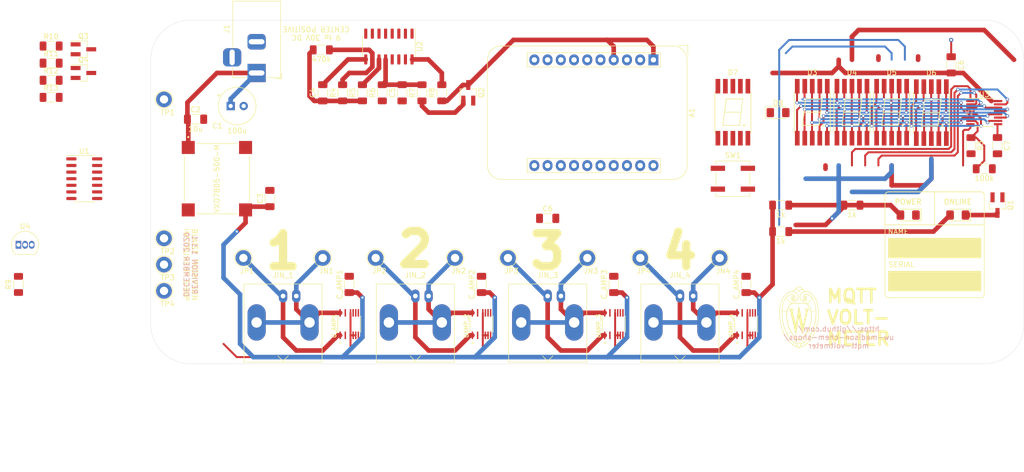
<source format=kicad_pcb>
(kicad_pcb (version 20221018) (generator pcbnew)
  (title_block (title "MQTT Voltmeter") (date "2023-11-22") (rev "B") (company "University of Wisconsin-Madison") (comment 1 "Department of Chemistry") (comment 2 "Instrument Shop") (comment 3 "Blaise Thompson") (comment 4 "blaise.thompson@wisc.edu"))
  (layers (0 "F.Cu" signal) (31 "B.Cu" signal) (34 "B.Paste" user) (35 "F.Paste" user) (36 "B.SilkS" user "B.Silkscreen") (37 "F.SilkS" user "F.Silkscreen") (38 "B.Mask" user) (39 "F.Mask" user) (44 "Edge.Cuts" user))
  (net 0 "")
  (net 1 "GND")
  (net 2 "+5V")
  (net 6 "+3V3")
  (net 8 "RST")
  (net 9 "Net-(A1-15)")
  (net 10 "SCK")
  (net 11 "DISPLAY_CS")
  (net 12 "MOSI")
  (net 16 "Net-(PS1-+VIN)")
  (net 17 "SDA")
  (net 18 "SCL")
  (net 19 "Net-(U2-CLK_0-1)")
  (net 20 "Net-(U2-RST)")
  (net 21 "Net-(U3-OSC)")
  (net 22 "Net-(C4-Pad2)")
  (net 23 "Net-(D1-A)")
  (net 24 "Net-(D2-K)")
  (net 25 "Net-(D2-A)")
  (net 26 "Net-(JIN_1-In)")
  (net 27 "Net-(JIN_1-Ext)")
  (net 28 "Net-(JIN_2-In)")
  (net 29 "Net-(JIN_2-Ext)")
  (net 30 "+2V5")
  (net 31 "/difference-amplifier1/V_OUT")
  (net 32 "/difference-amplifier2/V_OUT")
  (net 33 "/difference-amplifier3/V_OUT")
  (net 34 "/difference-amplifier4/V_OUT")
  (net 35 "Net-(JIN_3-In)")
  (net 36 "Net-(JIN_3-Ext)")
  (net 37 "Net-(JIN_4-In)")
  (net 38 "Net-(JIN_4-Ext)")
  (net 40 "Net-(Q2-G)")
  (net 41 "Net-(U3-ISET)")
  (net 42 "Net-(U2-CLK_0)")
  (net 43 "Net-(U2-CLK_1)")
  (net 44 "/display/SEG3")
  (net 45 "/display/SEG2")
  (net 46 "/display/SEG1")
  (net 47 "/display/SEG0")
  (net 48 "/display/SEG8")
  (net 49 "/display/SEG7")
  (net 50 "/display/SEG6")
  (net 51 "/display/SEG5")
  (net 52 "/display/SEG4")
  (net 74 "/i2c-levelshift/SDA_HV")
  (net 75 "/i2c-levelshift/SCL_LV")
  (net 76 "Net-(A1-2)")
  (footprint "MountingHole:MountingHole_3.2mm_M3" (layer "F.Cu") (at 50.8 50.8)
    (fp_text reference "REF**" hide)
    (fp_text value "MountingHole_3.2mm_M3" hide)
  )
  (footprint "MountingHole:MountingHole_3.2mm_M3" (layer "F.Cu") (at 203.2 50.8)
    (fp_text reference "REF**" hide)
    (fp_text value "MountingHole_3.2mm_M3" hide)
  )
  (footprint "Connector_BarrelJack:BarrelJack_Horizontal" (layer "F.Cu") (at 63.5 53.34 -90)
    (fp_text reference "J1")
    (fp_text value "Barrel_Jack")
  )
  (footprint "footprints:CONV_VXO7805-500-M" (layer "F.Cu") (at 55.88 73.66)
    (fp_text reference "PS1" hide)
    (fp_text value "VXO7805-500-M")
  )
  (footprint "footprints:logo" (layer "F.Cu") (at 167.64 100.33)
    (fp_text reference "G***" hide)
    (fp_text value "LOGO" hide)
  )
  (footprint "Resistor_SMD:R_1206_3216Metric_Pad1.30x1.75mm_HandSolder" (layer "F.Cu") (at 203.2 71.755)
    (fp_text reference "R3")
    (fp_text value "100k")
  )
  (footprint "Resistor_SMD:R_1206_3216Metric_Pad1.30x1.75mm_HandSolder" (layer "F.Cu") (at 164.11 83.82)
    (fp_text reference "R2")
    (fp_text value "1k")
  )
  (footprint "Resistor_SMD:R_1206_3216Metric_Pad1.30x1.75mm_HandSolder" (layer "F.Cu") (at 164.11 78.74)
    (fp_text reference "R1")
    (fp_text value "1k")
  )
  (footprint "Resistor_SMD:R_1206_3216Metric_Pad1.30x1.75mm_HandSolder" (layer "F.Cu") (at 75.92 48.895)
    (fp_text reference "R4")
    (fp_text value "470k")
  )
  (footprint "Capacitor_THT:CP_Radial_Tantal_D7.0mm_P2.50mm" (layer "F.Cu") (at 58.519862 59.69)
    (fp_text reference "C1")
    (fp_text value "100u")
  )
  (footprint "Capacitor_SMD:C_1206_3216Metric_Pad1.33x1.80mm_HandSolder" (layer "F.Cu") (at 51.7775 62.23)
    (fp_text reference "C2")
    (fp_text value "10u")
  )
  (footprint "LED_SMD:LED_1206_3216Metric_Pad1.42x1.75mm_HandSolder" (layer "F.Cu") (at 188.595 80.645 180)
    (fp_text reference "D1" hide)
    (fp_text value "LED")
  )
  (footprint "LED_SMD:LED_1206_3216Metric_Pad1.42x1.75mm_HandSolder" (layer "F.Cu") (at 198.12 80.645 180)
    (fp_text reference "D2" hide)
    (fp_text value "LED")
  )
  (footprint "Connector_Coaxial:BNC_Amphenol_B6252HB-NPP3G-50_Horizontal" (layer "F.Cu") (at 68.58 96.21 180)
    (fp_text reference "JIN_1")
    (fp_text value "IN-COAX")
  )
  (footprint "MountingHole:MountingHole_3.2mm_M3" (layer "F.Cu") (at 50.8 101.6)
    (fp_text reference "REF**" hide)
    (fp_text value "MountingHole_3.2mm_M3" hide)
  )
  (footprint "TestPoint:TestPoint_Loop_D2.60mm_Drill1.6mm_Beaded" (layer "F.Cu") (at 60.96 88.9)
    (fp_text reference "JP1")
    (fp_text value "IN+")
  )
  (footprint "Package_SO:QSOP-16_3.9x4.9mm_P0.635mm" (layer "F.Cu") (at 203.2 60.96)
    (fp_text reference "U3")
    (fp_text value "MAX6951")
  )
  (footprint "Connector_Coaxial:BNC_Amphenol_B6252HB-NPP3G-50_Horizontal" (layer "F.Cu") (at 93.98 96.21 180)
    (fp_text reference "JIN_2")
    (fp_text value "IN-COAX")
  )
  (footprint "Package_TO_SOT_SMD:SOT-23_Handsoldering" (layer "F.Cu") (at 30.25 48.79)
    (fp_text reference "Q3")
    (fp_text value "2N7000")
  )
  (footprint "Capacitor_SMD:C_1206_3216Metric_Pad1.33x1.80mm_HandSolder" (layer "F.Cu") (at 157.48 93.98 90)
    (fp_text reference "C_AMP4")
    (fp_text value "100n")
  )
  (footprint "Resistor_SMD:R_1206_3216Metric_Pad1.30x1.75mm_HandSolder" (layer "F.Cu") (at 24.05 51.45)
    (fp_text reference "R11")
    (fp_text value "4K7")
  )
  (footprint "footprints:ACSC02-41SURKWA-F01" (layer "F.Cu") (at 170.18 60.88)
    (fp_text reference "D3")
    (fp_text value "ACSC02-41SURKWA-F01")
  )
  (footprint "footprints:SOP50P490X110-16N" (layer "F.Cu") (at 81.28 101.6 90)
    (fp_text reference "U_AMP1")
    (fp_text value "LT1997HMS-3#PBF")
  )
  (footprint "footprints:ACSC02-41SURKWA-F01" (layer "F.Cu") (at 154.94 60.88)
    (fp_text reference "D7")
    (fp_text value "ACSC02-41SURKWA-F01")
  )
  (footprint "Package_TO_SOT_SMD:SOT-23_Handsoldering" (layer "F.Cu") (at 30.25 53.34)
    (fp_text reference "Q4")
    (fp_text value "2N7000")
  )
  (footprint "footprints:SOP50P490X110-16N" (layer "F.Cu") (at 106.68 101.6 90)
    (fp_text reference "UAMP_2")
    (fp_text value "LT1997HMS-3#PBF")
  )
  (footprint "Resistor_SMD:R_1206_3216Metric_Pad1.30x1.75mm_HandSolder" (layer "F.Cu") (at 24.05 48.16)
    (fp_text reference "R10")
    (fp_text value "4K7")
  )
  (footprint "footprints:SOP50P490X110-16N" (layer "F.Cu") (at 132.08 101.6 90)
    (fp_text reference "UAMP_3")
    (fp_text value "LT1997HMS-3#PBF")
  )
  (footprint "Capacitor_SMD:C_1206_3216Metric_Pad1.33x1.80mm_HandSolder" (layer "F.Cu") (at 91.44 57.15 -90)
    (fp_text reference "C5")
    (fp_text value "1u")
  )
  (footprint "TestPoint:TestPoint_Loop_D2.60mm_Drill1.6mm_Beaded" (layer "F.Cu") (at 111.76 88.9)
    (fp_text reference "JP3")
    (fp_text value "IN+")
  )
  (footprint "TestPoint:TestPoint_Loop_D2.60mm_Drill1.6mm_Beaded" (layer "F.Cu") (at 45.72 58.42)
    (fp_text reference "TP1")
    (fp_text value "TestPoint")
  )
  (footprint "Resistor_SMD:R_1206_3216Metric_Pad1.30x1.75mm_HandSolder" (layer "F.Cu") (at 177.8 78.74)
    (fp_text reference "R1")
    (fp_text value "1k")
  )
  (footprint "TestPoint:TestPoint_Loop_D2.60mm_Drill1.6mm_Beaded" (layer "F.Cu") (at 45.72 95.22)
    (fp_text reference "TP4")
    (fp_text value "TestPoint")
  )
  (footprint "Capacitor_SMD:C_1206_3216Metric_Pad1.33x1.80mm_HandSolder" (layer "F.Cu") (at 196.85 51.7775 90)
    (fp_text reference "C6")
    (fp_text value "100n")
  )
  (footprint "Resistor_SMD:R_1206_3216Metric_Pad1.30x1.75mm_HandSolder" (layer "F.Cu") (at 87.63 57.15 -90)
    (fp_text reference "R6")
    (fp_text value "1M")
  )
  (footprint "Resistor_SMD:R_1206_3216Metric_Pad1.30x1.75mm_HandSolder" (layer "F.Cu") (at 24.05 58.03)
    (fp_text reference "R13")
    (fp_text value "4K7")
  )
  (footprint "Package_SO:SOIC-14_3.9x8.7mm_P1.27mm" (layer "F.Cu") (at 30.415 73.66)
    (fp_text reference "U1")
    (fp_text value "MCP3428")
  )
  (footprint "Resistor_SMD:R_1206_3216Metric_Pad1.30x1.75mm_HandSolder" (layer "F.Cu") (at 95.25 57.15 90)
    (fp_text reference "R7")
    (fp_text value "4.7k")
  )
  (footprint "Connector_Coaxial:BNC_Amphenol_B6252HB-NPP3G-50_Horizontal" (layer "F.Cu") (at 119.38 96.21 180)
    (fp_text reference "JIN_3")
    (fp_text value "IN-COAX")
  )
  (footprint "LED_SMD:LED_1206_3216Metric_Pad1.42x1.75mm_HandSolder" (layer "F.Cu") (at 198.12 80.645 180)
    (fp_text reference "D2" hide)
    (fp_text value "LED")
  )
  (footprint "footprints:SOP50P490X110-16N" (layer "F.Cu") (at 157.48 101.6 90)
    (fp_text reference "UAMP_4")
    (fp_text value "LT1997HMS-3#PBF")
  )
  (footprint "Capacitor_SMD:C_1206_3216Metric_Pad1.33x1.80mm_HandSolder" (layer "F.Cu") (at 119.38 81.28)
    (fp_text reference "C6")
    (fp_text value "100n")
  )
  (footprint "TestPoint:TestPoint_Loop_D2.60mm_Drill1.6mm_Beaded" (layer "F.Cu") (at 86.36 88.9)
    (fp_text reference "JP2")
    (fp_text value "IN+")
  )
  (footprint "LED_SMD:LED_1206_3216Metric_Pad1.42x1.75mm_HandSolder" (layer "F.Cu") (at 188.595 80.645 180)
    (fp_text reference "D1" hide)
    (fp_text value "LED")
  )
  (footprint "TestPoint:TestPoint_Loop_D2.60mm_Drill1.6mm_Beaded" (layer "F.Cu") (at 45.72 90.17)
    (fp_text reference "TP3")
    (fp_text value "TestPoint")
  )
  (footprint "footprints:ACSC02-41SURKWA-F01" (layer "F.Cu") (at 193.04 60.96)
    (fp_text reference "D6")
    (fp_text value "ACSC02-41SURKWA-F01")
  )
  (footprint "Capacitor_SMD:C_1206_3216Metric_Pad1.33x1.80mm_HandSolder" (layer "F.Cu") (at 81.28 93.98 90)
    (fp_text reference "C_AMP1")
    (fp_text value "100n")
  )
  (footprint "Capacitor_SMD:C_1206_3216Metric_Pad1.33x1.80mm_HandSolder" (layer "F.Cu") (at 106.68 93.98 90)
    (fp_text reference "C_AMP2")
    (fp_text value "100n")
  )
  (footprint "Connector_Coaxial:BNC_Amphenol_B6252HB-NPP3G-50_Horizontal" (layer "F.Cu") (at 144.78 96.21 180)
    (fp_text reference "JIN_4")
    (fp_text value "IN-COAX")
  )
  (footprint "Button_Switch_SMD:SW_SPST_B3SL-1022P" (layer "F.Cu") (at 154.94 73.66)
    (fp_text reference "SW1")
    (fp_text value "SW_Push")
  )
  (footprint "footprints:ACSC02-41SURKWA-F01" (layer "F.Cu") (at 177.8 60.88)
    (fp_text reference "D4")
    (fp_text value "ACSC02-41SURKWA-F01")
  )
  (footprint "Resistor_SMD:R_1206_3216Metric_Pad1.30x1.75mm_HandSolder" (layer "F.Cu") (at 24.05 54.74)
    (fp_text reference "R12")
    (fp_text value "4K7")
  )
  (footprint "Resistor_SMD:R_1206_3216Metric_Pad1.30x1.75mm_HandSolder" (layer "F.Cu") (at 80.01 57.15 90)
    (fp_text reference "R4")
    (fp_text value "470k")
  )
  (footprint "footprints:ACSC02-41SURKWA-F01" (layer "F.Cu") (at 185.42 60.88)
    (fp_text reference "D5")
    (fp_text value "ACSC02-41SURKWA-F01")
  )
  (footprint "Capacitor_SMD:C_1206_3216Metric_Pad1.33x1.80mm_HandSolder" (layer "F.Cu") (at 132.08 93.98 90)
    (fp_text reference "C_AMP3")
    (fp_text value "100n")
  )
  (footprint "Resistor_SMD:R_1206_3216Metric_Pad1.30x1.75mm_HandSolder" (layer "F.Cu") (at 83.82 57.15 90)
    (fp_text reference "R5")
    (fp_text value "1M")
  )
  (footprint "Resistor_SMD:R_1206_3216Metric_Pad1.30x1.75mm_HandSolder" (layer "F.Cu") (at 200.66 67.31 -90)
    (fp_text reference "R3")
    (fp_text value "100k")
  )
  (footprint "TestPoint:TestPoint_Loop_D2.60mm_Drill1.6mm_Beaded" (layer "F.Cu") (at 76.2 88.9)
    (fp_text reference "JN1")
    (fp_text value "IN-")
  )
  (footprint "Capacitor_SMD:C_1206_3216Metric_Pad1.33x1.80mm_HandSolder" (layer "F.Cu") (at 76.2 57.15 -90)
    (fp_text reference "C4")
    (fp_text value "1u")
  )
  (footprint "Capacitor_SMD:C_1206_3216Metric_Pad1.33x1.80mm_HandSolder" (layer "F.Cu") (at 205.74 67.31 -90)
    (fp_text reference "C7")
    (fp_text value "20p")
  )
  (footprint "LED_SMD:LED_1206_3216Metric_Pad1.42x1.75mm_HandSolder" (layer "F.Cu") (at 163.6125 60.96)
    (fp_text reference "D8")
    (fp_text value "LED")
  )
  (footprint "Resistor_SMD:R_1206_3216Metric_Pad1.30x1.75mm_HandSolder" (layer "F.Cu") (at 17.78 93.98 -90)
    (fp_text reference "R9")
    (fp_text value "470")
  )
  (footprint "Package_TO_SOT_THT:TO-92_Inline" (layer "F.Cu") (at 17.78 86.36)
    (fp_text reference "U4")
    (fp_text value "LM285Z-2.5")
  )
  (footprint "Resistor_SMD:R_1206_3216Metric_Pad1.30x1.75mm_HandSolder" (layer "F.Cu") (at 99.06 57.15 -90)
    (fp_text reference "R8")
    (fp_text value "4.7k")
  )
  (footprint "TestPoint:TestPoint_Loop_D2.60mm_Drill1.6mm_Beaded" (layer "F.Cu") (at 137.16 88.9)
    (fp_text reference "JP4")
    (fp_text value "IN+")
  )
  (footprint "TestPoint:TestPoint_Loop_D2.60mm_Drill1.6mm_Beaded" (layer "F.Cu") (at 127 88.9)
    (fp_text reference "JN3")
    (fp_text value "IN-")
  )
  (footprint "Module:Adafruit_HUZZAH_ESP8266_breakout" (layer "F.Cu") (at 139.6825 50.8175 -90)
    (fp_text reference "A1")
    (fp_text value "Adafruit_HUZZAH_ESP8266_breakout")
  )
  (footprint "Package_TO_SOT_SMD:SOT-23_Handsoldering" (layer "F.Cu") (at 104.14 57.15 90)
    (fp_text reference "Q2")
    (fp_text value "2N7000")
  )
  (footprint "Package_TO_SOT_SMD:SOT-23_Handsoldering" (layer "F.Cu") (at 205.74 78.74 -90)
    (fp_text reference "Q1")
    (fp_text value "2N7000")
  )
  (footprint "TestPoint:TestPoint_Loop_D2.60mm_Drill1.6mm_Beaded" (layer "F.Cu") (at 152.4 88.9)
    (fp_text reference "JN4")
    (fp_text value "IN-")
  )
  (footprint "TestPoint:TestPoint_Loop_D2.60mm_Drill1.6mm_Beaded" (layer "F.Cu") (at 101.6 88.9)
    (fp_text reference "JN2")
    (fp_text value "IN-")
  )
  (footprint "TestPoint:TestPoint_Loop_D2.60mm_Drill1.6mm_Beaded" (layer "F.Cu") (at 45.72 85.12)
    (fp_text reference "TP2")
    (fp_text value "TestPoint")
  )
  (footprint "MountingHole:MountingHole_3.2mm_M3" (layer "F.Cu") (at 203.2 101.6)
    (fp_text reference "REF**" hide)
    (fp_text value "MountingHole_3.2mm_M3" hide)
  )
  (footprint "Package_SO:SOIC-16_3.9x9.9mm_P1.27mm" (layer "F.Cu") (at 88.9 48.26 -90)
    (fp_text reference "U2")
    (fp_text value "CD4060BM96")
  )
  (footprint "Capacitor_SMD:C_1206_3216Metric_Pad1.33x1.80mm_HandSolder" (layer "F.Cu") (at 66.04 77.47 90)
    (fp_text reference "C3")
    (fp_text value "22u")
  )
  (gr_poly (pts (xy 202.565 95.25) (xy 184.785 95.25) (xy 184.785 91.44) (xy 202.565 91.44)) (stroke (width 0.1)) (fill solid) (layer "F.SilkS"))
  (gr_line (start 202.565 76.2) (end 184.785 76.2) (stroke (width 0.12)) (layer "F.SilkS"))
  (gr_line (start 202.565 96.52) (end 184.785 96.52) (stroke (width 0.12)) (layer "F.SilkS"))
  (gr_line (start 203.2 76.835) (end 203.2 95.885) (stroke (width 0.12)) (layer "F.SilkS"))
  (gr_line (start 184.15 95.885) (end 184.15 76.835) (stroke (width 0.12)) (layer "F.SilkS"))
  (gr_line (start 193.675 82.55) (end 184.15 82.55) (stroke (width 0.12)) (layer "F.SilkS"))
  (gr_arc (start 184.15 76.835) (mid 184.335987 76.385987) (end 184.785 76.2) (stroke (width 0.12)) (layer "F.SilkS"))
  (gr_line (start 193.675 76.2) (end 193.675 82.55) (stroke (width 0.12)) (layer "F.SilkS"))
  (gr_line (start 202.565 76.2) (end 184.785 76.2) (stroke (width 0.12)) (layer "F.SilkS"))
  (gr_line (start 193.675 82.55) (end 203.2 82.55) (stroke (width 0.12)) (layer "F.SilkS"))
  (gr_arc (start 202.565 76.2) (mid 203.014013 76.385987) (end 203.2 76.835) (stroke (width 0.12)) (layer "F.SilkS"))
  (gr_arc (start 184.15 76.835) (mid 184.335987 76.385987) (end 184.785 76.2) (stroke (width 0.12)) (layer "F.SilkS"))
  (gr_arc (start 203.2 95.885) (mid 203.014013 96.334013) (end 202.565 96.52) (stroke (width 0.12)) (layer "F.SilkS"))
  (gr_arc (start 184.785 96.52) (mid 184.335987 96.334013) (end 184.15 95.885) (stroke (width 0.12)) (layer "F.SilkS"))
  (gr_line (start 193.675 82.55) (end 184.15 82.55) (stroke (width 0.12)) (layer "F.SilkS"))
  (gr_poly (pts (xy 202.565 88.9) (xy 184.785 88.9) (xy 184.785 85.09) (xy 202.565 85.09)) (stroke (width 0.1)) (fill solid) (layer "F.SilkS"))
  (gr_line (start 193.675 76.2) (end 193.675 82.55) (stroke (width 0.12)) (layer "F.SilkS"))
  (gr_arc (start 202.565 76.2) (mid 203.014013 76.385987) (end 203.2 76.835) (stroke (width 0.12)) (layer "F.SilkS"))
  (gr_arc (start 184.785 96.52) (mid 184.335987 96.334013) (end 184.15 95.885) (stroke (width 0.12)) (layer "F.SilkS"))
  (gr_line (start 193.675 82.55) (end 203.2 82.55) (stroke (width 0.12)) (layer "F.SilkS"))
  (gr_line (start 210.82 50.8) (end 210.82 101.6) (stroke (width 0.05)) (layer "Edge.Cuts"))
  (gr_line (start 43.18 50.8) (end 43.18 101.6) (stroke (width 0.05)) (layer "Edge.Cuts"))
  (gr_arc (start 203.2 43.18) (mid 208.588154 45.411846) (end 210.82 50.8) (stroke (width 0.05)) (layer "Edge.Cuts"))
  (gr_arc (start 50.8 109.22) (mid 45.411846 106.988154) (end 43.18 101.6) (stroke (width 0.05)) (layer "Edge.Cuts"))
  (gr_arc (start 43.18 50.8) (mid 45.411846 45.411846) (end 50.8 43.18) (stroke (width 0.05)) (layer "Edge.Cuts"))
  (gr_line (start 50.8 109.22) (end 203.2 109.22) (stroke (width 0.05)) (layer "Edge.Cuts"))
  (gr_line (start 203.2 43.18) (end 50.8 43.18) (stroke (width 0.05)) (layer "Edge.Cuts"))
  (gr_arc (start 210.82 101.6) (mid 208.588154 106.988154) (end 203.2 109.22) (stroke (width 0.05)) (layer "Edge.Cuts"))
  (gr_text "REVISION 1.1.1\nDECEMBER 2020" (at 50.8 90.17 270) (layer "B.SilkS") (effects (font (size 1 1)) (justify mirror)))
  (gr_text "https://github.com/\nuw-madison-chem-shops/\nmqtt-voltmeter" (at 175.26 104.14) (layer "B.SilkS") (effects (font (size 1 1)) (justify mirror)))
  (gr_text "A1" (at 200.39 60.96 180) (layer "B.SilkS") (effects (font (size 1 1)) (justify mirror)))
  (gr_text "SERIAL\n" (at 187.325 90.17) (layer "F.SilkS") (effects (font (size 1 1))))
  (gr_text "POWER" (at 188.595 78.105) (layer "F.SilkS") (effects (font (size 1 1))))
  (gr_text "NAME" (at 186.69 83.82) (layer "F.SilkS") (effects (font (size 1 1))))
  (gr_text "4" (at 144.78 87.63) (layer "F.SilkS") (effects (font (size 6.35 6.35) (thickness 1.5875))))
  (gr_text "POWER" (at 188.595 78.105) (layer "F.SilkS") (effects (font (size 1 1))))
  (gr_text "BLAISE THOMPSON\nINSTRUMENT SHOP" (at 50.8 90.17 270) (layer "F.SilkS") (effects (font (size 1 1))))
  (gr_text "ONLINE" (at 198.12 78.105) (layer "F.SilkS") (effects (font (size 1 1))))
  (gr_text "MQTT\nVOLT-\nMETER" (at 172.72 100.33) (layer "F.SilkS") (effects (font (size 2.54 2.54) (thickness 0.508)) (justify left)))
  (gr_text "1" (at 68.58 87.63) (layer "F.SilkS") (effects (font (size 6.35 6.35) (thickness 1.5875))))
  (gr_text "ONLINE" (at 198.12 78.105) (layer "F.SilkS") (effects (font (size 1 1))))
  (gr_text "9 to 30V DC\nCENTER POSITIVE" (at 74.93 45.72 180) (layer "F.SilkS") (effects (font (size 1 1))))
  (gr_text "3" (at 119.38 87.63) (layer "F.SilkS") (effects (font (size 6.35 6.35) (thickness 1.5875))))
  (gr_text "2" (at 93.98 87.2) (layer "F.SilkS") (effects (font (size 6.35 6.35) (thickness 1.5875))))
  (segment (start 182.88 50.8) (end 182.88 50.165) (width 0.889) (layer "F.Cu") (net 0))
  (segment (start 172.72 71.12) (end 172.72 71.755) (width 0.889) (layer "F.Cu") (net 0))
  (segment (start 190.5 50.8) (end 190.5 50.165) (width 0.889) (layer "F.Cu") (net 0))
  (segment (start 193.04 73.66) (end 193.04 69.85) (width 0.889) (layer "B.Cu") (net 0))
  (segment (start 177.8 76.2) (end 190.5 76.2) (width 0.889) (layer "B.Cu") (net 0))
  (segment (start 190.5 76.2) (end 193.04 73.66) (width 0.889) (layer "B.Cu") (net 0))
  (segment (start 199.39 64.262) (end 199.136 64.516) (width 0.381) (layer "F.Cu") (net 1))
  (segment (start 179.07 45.085) (end 177.8 46.355) (width 0.889) (layer "F.Cu") (net 1))
  (segment (start 200.5457 63.8683) (end 200.152 64.262) (width 0.381) (layer "F.Cu") (net 1))
  (segment (start 203.2 45.085) (end 179.07 45.085) (width 0.889) (layer "F.Cu") (net 1))
  (segment (start 200.152 64.262) (end 199.39 64.262) (width 0.381) (layer "F.Cu") (net 1))
  (segment (start 208.915 50.8) (end 203.2 45.085) (width 0.889) (layer "F.Cu") (net 1))
  (segment (start 196.85 50.215) (end 196.85 46.99) (width 0.381) (layer "F.Cu") (net 1))
  (segment (start 206.69 77.24) (end 206.69 77.155) (width 0.381) (layer "F.Cu") (net 1))
  (segment (start 200.5457 63.1825) (end 200.5457 63.8683) (width 0.381) (layer "F.Cu") (net 1))
  (segment (start 199.136 64.516) (end 199.136 71.12) (width 0.381) (layer "F.Cu") (net 1))
  (segment (start 177.8 46.355) (end 177.8 50.8) (width 0.889) (layer "F.Cu") (net 1))
  (via (at 196.85 46.99) (size 0.8) (drill 0.4) (layers "F.Cu" "B.Cu") (net 1))
  (segment (start 185.2025 78.74) (end 187.1075 80.645) (width 0.889) (layer "F.Cu") (net 2))
  (segment (start 61.38 79.66) (end 61.38 82.13) (width 0.889) (layer "F.Cu") (net 2))
  (segment (start 81.28 95.5425) (end 82.8425 95.5425) (width 0.889) (layer "F.Cu") (net 2))
  (segment (start 185.2025 78.74) (end 187.1075 80.645) (width 0.889) (layer "F.Cu") (net 2))
  (segment (start 162.56 78.74) (end 162.56 93.98) (width 0.889) (layer "F.Cu") (net 2))
  (segment (start 179.35 78.74) (end 185.2025 78.74) (width 0.889) (layer "F.Cu") (net 2))
  (segment (start 132.08 95.5425) (end 133.6425 95.5425) (width 0.889) (layer "F.Cu") (net 2))
  (segment (start 133.6425 95.5425) (end 134.62 96.52) (width 0.889) (layer "F.Cu") (net 2))
  (segment (start 66.04 79.0325) (end 62.0075 79.0325) (width 0.889) (layer "F.Cu") (net 2))
  (segment (start 167.005 82.55) (end 172.72 82.55) (width 0.889) (layer "F.Cu") (net 2))
  (segment (start 61.38 82.13) (end 59.69 83.82) (width 0.889) (layer "F.Cu") (net 2))
  (segment (start 106.68 95.5425) (end 108.2425 95.5425) (width 0.889) (layer "F.Cu") (net 2))
  (segment (start 62.0075 79.0325) (end 61.38 79.66) (width 0.889) (layer "F.Cu") (net 2))
  (segment (start 176.25 79.02) (end 173.99 81.28) (width 0.889) (layer "F.Cu") (net 2))
  (segment (start 165.66 78.74) (end 185.2025 78.74) (width 0.889) (layer "F.Cu") (net 2))
  (segment (start 82.8425 95.5425) (end 83.82 96.52) (width 0.889) (layer "F.Cu") (net 2))
  (segment (start 157.48 95.5425) (end 159.0425 95.5425) (width 0.889) (layer "F.Cu") (net 2))
  (segment (start 108.2425 95.5425) (end 109.22 96.52) (width 0.889) (layer "F.Cu") (net 2))
  (segment (start 172.72 82.55) (end 173.99 81.28) (width 0.889) (layer "F.Cu") (net 2))
  (segment (start 159.0425 95.5425) (end 160.02 96.52) (width 0.889) (layer "F.Cu") (net 2))
  (segment (start 176.25 78.74) (end 176.25 79.02) (width 0.889) (layer "F.Cu") (net 2))
  (segment (start 162.56 93.98) (end 160.02 96.52) (width 0.889) (layer "F.Cu") (net 2))
  (via (at 173.99 81.28) (size 0.8) (drill 0.4) (layers "F.Cu" "B.Cu") (net 2))
  (via (at 160.02 96.52) (size 0.8) (drill 0.4) (layers "F.Cu" "B.Cu") (net 2))
  (via (at 59.69 83.82) (size 0.8) (drill 0.4) (layers "F.Cu" "B.Cu") (net 2))
  (via (at 109.22 96.52) (size 0.8) (drill 0.4) (layers "F.Cu" "B.Cu") (net 2))
  (via (at 83.82 96.52) (size 0.8) (drill 0.4) (layers "F.Cu" "B.Cu") (net 2))
  (via (at 134.62 96.52) (size 0.8) (drill 0.4) (layers "F.Cu" "B.Cu") (net 2))
  (segment (start 185.42 72.39) (end 185.42 71.12) (width 0.889) (layer "B.Cu") (net 2))
  (segment (start 168.91 73.66) (end 184.15 73.66) (width 0.889) (layer "B.Cu") (net 2))
  (segment (start 109.22 96.52) (end 109.22 104.14) (width 0.889) (layer "B.Cu") (net 2))
  (segment (start 175.26 71.12) (end 175.26 80.01) (width 0.889) (layer "B.Cu") (net 2))
  (segment (start 184.15 73.66) (end 185.42 72.39) (width 0.889) (layer "B.Cu") (net 2))
  (segment (start 83.82 96.52) (end 83.82 104.14) (width 0.889) (layer "B.Cu") (net 2))
  (segment (start 109.22 104.14) (end 105.41 107.95) (width 0.889) (layer "B.Cu") (net 2))
  (segment (start 80.01 107.95) (end 105.41 107.95) (width 0.889) (layer "B.Cu") (net 2))
  (segment (start 57.15 86.36) (end 57.15 92.71) (width 0.889) (layer "B.Cu") (net 2))
  (segment (start 134.62 104.14) (end 130.81 107.95) (width 0.889) (layer "B.Cu") (net 2))
  (segment (start 60.325 95.885) (end 60.325 105.41) (width 0.889) (layer "B.Cu") (net 2))
  (segment (start 160.02 104.14) (end 156.21 107.95) (width 0.889) (layer "B.Cu") (net 2))
  (segment (start 60.325 105.41) (end 62.865 107.95) (width 0.889) (layer "B.Cu") (net 2))
  (segment (start 105.41 107.95) (end 130.81 107.95) (width 0.889) (layer "B.Cu") (net 2))
  (segment (start 134.62 96.52) (end 134.62 104.14) (width 0.889) (layer "B.Cu") (net 2))
  (segment (start 130.81 107.95) (end 156.21 107.95) (width 0.889) (layer "B.Cu") (net 2))
  (segment (start 160.02 96.52) (end 160.02 104.14) (width 0.889) (layer "B.Cu") (net 2))
  (segment (start 57.15 92.71) (end 60.325 95.885) (width 0.889) (layer "B.Cu") (net 2))
  (segment (start 62.865 107.95) (end 80.01 107.95) (width 0.889) (layer "B.Cu") (net 2))
  (segment (start 59.69 83.82) (end 57.15 86.36) (width 0.889) (layer "B.Cu") (net 2))
  (segment (start 175.26 80.01) (end 173.99 81.28) (width 0.889) (layer "B.Cu") (net 2))
  (segment (start 83.82 104.14) (end 80.01 107.95) (width 0.889) (layer "B.Cu") (net 2))
  (segment (start 176.53 53.34) (end 199.1633 53.34) (width 0.889) (layer "F.Cu") (net 6))
  (segment (start 199.1633 53.34) (end 202.9733 57.15) (width 0.889) (layer "F.Cu") (net 6))
  (segment (start 173.99 53.34) (end 165.1 53.34) (width 0.889) (layer "F.Cu") (net 6))
  (segment (start 93.345 50.735) (end 96.455 50.735) (width 0.889) (layer "F.Cu") (net 6))
  (segment (start 165.1 53.34) (end 163.83 53.34) (width 0.889) (layer "F.Cu") (net 6))
  (segment (start 175.26 50.8) (end 175.26 52.07) (width 0.889) (layer "F.Cu") (net 6))
  (segment (start 204.5608 58.7375) (end 202.9733 57.15) (width 0.889) (layer "F.Cu") (net 6))
  (segment (start 175.26 52.07) (end 176.53 53.34) (width 0.889) (layer "F.Cu") (net 6))
  (segment (start 163.83 53.34) (end 162.56 53.34) (width 0.889) (layer "F.Cu") (net 6))
  (segment (start 99.06 53.34) (end 99.06 55.6) (width 0.889) (layer "F.Cu") (net 6))
  (segment (start 96.455 50.735) (end 99.06 53.34) (width 0.889) (layer "F.Cu") (net 6))
  (segment (start 205.8543 58.7375) (end 204.5608 58.7375) (width 0.381) (layer "F.Cu") (net 6))
  (segment (start 175.26 52.07) (end 173.99 53.34) (width 0.889) (layer "F.Cu") (net 6))
  (segment (start 132.0625 48.2425) (end 130.81 46.99) (width 0.889) (layer "F.Cu") (net 8))
  (segment (start 130.81 46.99) (end 112.8 46.99) (width 0.889) (layer "F.Cu") (net 8))
  (segment (start 99.06 58.7) (end 100.05 58.7) (width 0.889) (layer "F.Cu") (net 8))
  (segment (start 100.05 58.7) (end 103.1 55.65) (width 0.889) (layer "F.Cu") (net 8))
  (segment (start 132.0625 50.8175) (end 132.0625 48.2425) (width 0.889) (layer "F.Cu") (net 8))
  (segment (start 112.8 46.99) (end 104.14 55.65) (width 0.889) (layer "F.Cu") (net 8))
  (segment (start 103.1 55.65) (end 104.14 55.65) (width 0.889) (layer "F.Cu") (net 8))
  (segment (start 139.6825 48.2425) (end 138.43 46.99) (width 0.889) (layer "F.Cu") (net 8))
  (segment (start 138.43 46.99) (end 130.81 46.99) (width 0.889) (layer "F.Cu") (net 8))
  (segment (start 139.6825 50.8175) (end 139.6825 48.2425) (width 0.889) (layer "F.Cu") (net 8))
  (segment (start 200.5457 59.3725) (end 201.487202 59.3725) (width 0.381) (layer "F.Cu") (net 10))
  (segment (start 201.663201 59.196501) (end 201.663201 57.518201) (width 0.381) (layer "F.Cu") (net 10))
  (segment (start 198.12 58.42) (end 198.12 68.58) (width 0.381) (layer "F.Cu") (net 10))
  (segment (start 182.88 69.85) (end 182.88 71.12) (width 0.381) (layer "F.Cu") (net 10))
  (segment (start 201.663201 57.518201) (end 201.295 57.15) (width 0.381) (layer "F.Cu") (net 10))
  (segment (start 198.12 58.42) (end 198.12 57.785) (width 0.381) (layer "F.Cu") (net 10))
  (segment (start 183.515 69.215) (end 182.88 69.85) (width 0.381) (layer "F.Cu") (net 10))
  (segment (start 201.487202 59.3725) (end 201.663201 59.196501) (width 0.381) (layer "F.Cu") (net 10))
  (segment (start 198.12 57.785) (end 198.755 57.15) (width 0.381) (layer "F.Cu") (net 10))
  (segment (start 197.485 69.215) (end 183.515 69.215) (width 0.381) (layer "F.Cu") (net 10))
  (segment (start 198.12 68.58) (end 197.485 69.215) (width 0.381) (layer "F.Cu") (net 10))
  (via (at 198.755 57.15) (size 0.635) (drill 0.4) (layers "F.Cu" "B.Cu") (net 10))
  (via (at 201.295 57.15) (size 0.635) (drill 0.4) (layers "F.Cu" "B.Cu") (net 10))
  (segment (start 201.295 57.15) (end 198.755 57.15) (width 0.381) (layer "B.Cu") (net 10))
  (segment (start 186.69 68.58) (end 196.85 68.58) (width 0.381) (layer "F.Cu") (net 11))
  (segment (start 180.34 71.12) (end 180.34 69.215) (width 0.381) (layer "F.Cu") (net 11))
  (segment (start 197.485 67.945) (end 197.485 67.31) (width 0.381) (layer "F.Cu") (net 11))
  (segment (start 197.485 67.31) (end 197.485 58.42) (width 0.381) (layer "F.Cu") (net 11))
  (segment (start 180.975 68.58) (end 186.69 68.58) (width 0.381) (layer "F.Cu") (net 11))
  (segment (start 207.645 59.055) (end 207.645 58.42) (width 0.381) (layer "F.Cu") (net 11))
  (segment (start 197.485 58.42) (end 197.485 57.15) (width 0.381) (layer "F.Cu") (net 11))
  (segment (start 180.34 69.215) (end 180.975 68.58) (width 0.381) (layer "F.Cu") (net 11))
  (segment (start 196.85 68.58) (end 197.485 67.945) (width 0.381) (layer "F.Cu") (net 11))
  (segment (start 207.3275 59.3725) (end 207.645 59.055) (width 0.381) (layer "F.Cu") (net 11))
  (segment (start 197.485 57.15) (end 198.12 56.515) (width 0.381) (layer "F.Cu") (net 11))
  (segment (start 205.8543 59.3725) (end 207.3275 59.3725) (width 0.381) (layer "F.Cu") (net 11))
  (via (at 198.12 56.515) (size 0.635) (drill 0.4) (layers "F.Cu" "B.Cu") (net 11))
  (via (at 207.645 58.42) (size 0.635) (drill 0.4) (layers "F.Cu" "B.Cu") (net 11))
  (segment (start 205.74 56.515) (end 207.645 58.42) (width 0.381) (layer "B.Cu") (net 11))
  (segment (start 198.12 56.515) (end 205.74 56.515) (width 0.381) (layer "B.Cu") (net 11))
  (segment (start 200.5457 58.7375) (end 200.5457 56.4007) (width 0.381) (layer "F.Cu") (net 12))
  (segment (start 196.85 56.515) (end 197.485 55.88) (width 0.381) (layer "F.Cu") (net 12))
  (segment (start 196.356502 67.945) (end 196.85 67.451502) (width 0.381) (layer "F.Cu") (net 12))
  (segment (start 177.8 68.58) (end 178.435 67.945) (width 0.381) (layer "F.Cu") (net 12))
  (segment (start 196.85 67.451502) (end 196.85 58.42) (width 0.381) (layer "F.Cu") (net 12))
  (segment (start 186.69 67.945) (end 196.215 67.945) (width 0.381) (layer "F.Cu") (net 12))
  (segment (start 200.025 55.88) (end 197.485 55.88) (width 0.381) (layer "F.Cu") (net 12))
  (segment (start 196.215 67.945) (end 196.356502 67.945) (width 0.381) (layer "F.Cu") (net 12))
  (segment (start 196.85 58.42) (end 196.85 56.515) (width 0.381) (layer "F.Cu") (net 12))
  (segment (start 200.5457 56.4007) (end 200.025 55.88) (width 0.381) (layer "F.Cu") (net 12))
  (segment (start 177.8 71.12) (end 177.8 68.58) (width 0.381) (layer "F.Cu") (net 12))
  (segment (start 178.435 67.945) (end 186.69 67.945) (width 0.381) (layer "F.Cu") (net 12))
  (segment (start 50.38 62.395) (end 50.215 62.23) (width 0.889) (layer "F.Cu") (net 16))
  (segment (start 55.88 53.34) (end 63.5 53.34) (width 0.889) (layer "F.Cu") (net 16))
  (segment (start 50.38 67.66) (end 50.38 62.395) (width 0.889) (layer "F.Cu") (net 16))
  (segment (start 50.215 59.005) (end 55.88 53.34) (width 0.889) (layer "F.Cu") (net 16))
  (segment (start 50.215 62.23) (end 50.215 59.005) (width 0.889) (layer "F.Cu") (net 16))
  (segment (start 58.519862 59.69) (end 58.519862 58.320138) (width 0.889) (layer "B.Cu") (net 16))
  (segment (start 58.519862 58.320138) (end 63.5 53.34) (width 0.889) (layer "B.Cu") (net 16))
  (segment (start 165.1 49.53) (end 166.37 48.26) (width 0.381) (layer "B.Cu") (net 17))
  (segment (start 184.15 48.26) (end 185.42 49.53) (width 0.381) (layer "B.Cu") (net 17))
  (segment (start 166.37 48.26) (end 184.15 48.26) (width 0.381) (layer "B.Cu") (net 17))
  (segment (start 185.42 49.53) (end 185.42 50.8) (width 0.381) (layer "B.Cu") (net 17))
  (segment (start 165.735 46.99) (end 163.83 48.895) (width 0.381) (layer "B.Cu") (net 18))
  (segment (start 187.96 50.8) (end 187.96 48.26) (width 0.381) (layer "B.Cu") (net 18))
  (segment (start 163.83 48.895) (end 163.83 73.66) (width 0.381) (layer "B.Cu") (net 18))
  (segment (start 187.96 48.26) (end 186.69 46.99) (width 0.381) (layer "B.Cu") (net 18))
  (segment (start 163.83 82.55) (end 163.83 73.66) (width 0.381) (layer "B.Cu") (net 18))
  (segment (start 186.69 46.99) (end 165.735 46.99) (width 0.381) (layer "B.Cu") (net 18))
  (segment (start 81.0525 50.735) (end 76.2 55.5875) (width 0.889) (layer "F.Cu") (net 19))
  (segment (start 84.455 50.735) (end 81.0525 50.735) (width 0.889) (layer "F.Cu") (net 19))
  (segment (start 95.25 55.6) (end 87.63 55.6) (width 0.889) (layer "F.Cu") (net 20))
  (segment (start 91.4525 55.6) (end 91.44 55.5875) (width 0.889) (layer "F.Cu") (net 20))
  (segment (start 88.265 50.735) (end 88.265 54.965) (width 0.889) (layer "F.Cu") (net 20))
  (segment (start 88.265 54.965) (end 87.63 55.6) (width 0.889) (layer "F.Cu") (net 20))
  (segment (start 205.74 63.2968) (end 205.8543 63.1825) (width 0.381) (layer "F.Cu") (net 21))
  (segment (start 205.74 65.7475) (end 205.74 63.2968) (width 0.381) (layer "F.Cu") (net 21))
  (segment (start 76.2 58.7125) (end 83.8075 58.7125) (width 0.889) (layer "F.Cu") (net 22))
  (segment (start 74.5875 58.7125) (end 73.66 57.785) (width 0.889) (layer "F.Cu") (net 22))
  (segment (start 73.66 49.605) (end 74.37 48.895) (width 0.889) (layer "F.Cu") (net 22))
  (segment (start 76.2 58.7125) (end 74.5875 58.7125) (width 0.889) (layer "F.Cu") (net 22))
  (segment (start 83.8075 58.7125) (end 83.82 58.7) (width 0.889) (layer "F.Cu") (net 22))
  (segment (start 73.66 57.785) (end 73.66 49.605) (width 0.889) (layer "F.Cu") (net 22))
  (segment (start 205.335 80.645) (end 205.74 80.24) (width 0.889) (layer "F.Cu") (net 24))
  (segment (start 199.6075 80.645) (end 200.025 80.645) (width 0.889) (layer "F.Cu") (net 24))
  (segment (start 199.6075 80.645) (end 205.335 80.645) (width 0.889) (layer "F.Cu") (net 24))
  (segment (start 165.66 83.82) (end 193.4575 83.82) (width 0.889) (layer "F.Cu") (net 25))
  (segment (start 193.4575 83.82) (end 196.6325 80.645) (width 0.889) (layer "F.Cu") (net 25))
  (segment (start 68.58 96.21) (end 68.27 96.21) (width 0.889) (layer "F.Cu") (net 26))
  (segment (start 79.53 103.76) (end 79.12 103.76) (width 0.889) (layer "F.Cu") (net 26))
  (segment (start 68.58 104.14) (end 68.58 96.21) (width 0.889) (layer "F.Cu") (net 26))
  (segment (start 71.12 106.68) (end 68.58 104.14) (width 0.889) (layer "F.Cu") (net 26))
  (segment (start 76.2 106.68) (end 71.12 106.68) (width 0.889) (layer "F.Cu") (net 26))
  (segment (start 79.12 103.76) (end 76.2 106.68) (width 0.889) (layer "F.Cu") (net 26))
  (segment (start 60.96 88.9) (end 68.27 96.21) (width 0.889) (layer "B.Cu") (net 26))
  (segment (start 68.27 96.21) (end 68.58 96.21) (width 0.889) (layer "B.Cu") (net 26))
  (segment (start 71.12 96.21) (end 71.12 98.75) (width 0.889) (layer "F.Cu") (net 27))
  (segment (start 75.51 99.44) (end 73.66 101.29) (width 0.889) (layer "F.Cu") (net 27))
  (segment (start 79.53 99.44) (end 75.51 99.44) (width 0.889) (layer "F.Cu") (net 27))
  (segment (start 71.12 98.75) (end 73.66 101.29) (width 0.889) (layer "F.Cu") (net 27))
  (segment (start 71.12 93.98) (end 76.2 88.9) (width 0.889) (layer "B.Cu") (net 27))
  (segment (start 71.12 96.21) (end 71.12 93.98) (width 0.889) (layer "B.Cu") (net 27))
  (segment (start 63.5 101.29) (end 73.66 101.29) (width 0.889) (layer "B.Cu") (net 27))
  (segment (start 93.98 96.21) (end 93.98 104.14) (width 0.889) (layer "F.Cu") (net 28))
  (segment (start 96.52 106.68) (end 93.98 104.14) (width 0.889) (layer "F.Cu") (net 28))
  (segment (start 93.67 96.21) (end 93.98 96.21) (width 0.889) (layer "F.Cu") (net 28))
  (segment (start 101.6 106.68) (end 96.52 106.68) (width 0.889) (layer "F.Cu") (net 28))
  (segment (start 104.52 103.76) (end 101.6 106.68) (width 0.889) (layer "F.Cu") (net 28))
  (segment (start 104.93 103.76) (end 104.52 103.76) (width 0.889) (layer "F.Cu") (net 28))
  (segment (start 93.67 96.21) (end 86.36 88.9) (width 0.889) (layer "B.Cu") (net 28))
  (segment (start 93.98 96.21) (end 93.67 96.21) (width 0.889) (layer "B.Cu") (net 28))
  (segment (start 96.52 98.75) (end 99.06 101.29) (width 0.889) (layer "F.Cu") (net 29))
  (segment (start 96.52 96.21) (end 96.52 98.75) (width 0.889) (layer "F.Cu") (net 29))
  (segment (start 104.93 99.44) (end 100.91 99.44) (width 0.889) (layer "F.Cu") (net 29))
  (segment (start 100.91 99.44) (end 99.06 101.29) (width 0.889) (layer "F.Cu") (net 29))
  (segment (start 99.06 101.29) (end 88.9 101.29) (width 0.889) (layer "B.Cu") (net 29))
  (segment (start 96.52 93.98) (end 101.6 88.9) (width 0.889) (layer "B.Cu") (net 29))
  (segment (start 96.52 96.21) (end 96.52 93.98) (width 0.889) (layer "B.Cu") (net 29))
  (segment (start 81.53 103.76) (end 81.53 99.44) (width 0.381) (layer "F.Cu") (net 30))
  (segment (start 106.93 103.76) (end 106.93 99.44) (width 0.381) (layer "F.Cu") (net 30))
  (segment (start 106.93 103.76) (end 106.93 106.43) (width 0.381) (layer "F.Cu") (net 30))
  (segment (start 80.01 107.95) (end 105.41 107.95) (width 0.381) (layer "F.Cu") (net 30))
  (segment (start 81.53 103.76) (end 82.53 103.76) (width 0.381) (layer "F.Cu") (net 30))
  (segment (start 81.53 106.43) (end 80.01 107.95) (width 0.381) (layer "F.Cu") (net 30))
  (segment (start 81.53 103.76) (end 81.53 106.43) (width 0.381) (layer "F.Cu") (net 30))
  (segment (start 157.73 106.43) (end 156.21 107.95) (width 0.381) (layer "F.Cu") (net 30))
  (segment (start 132.33 103.76) (end 133.29998 103.76) (width 0.381) (layer "F.Cu") (net 30))
  (segment (start 157.73 103.76) (end 158.73 103.76) (width 0.381) (layer "F.Cu") (net 30))
  (segment (start 156.21 107.95) (end 130.81 107.95) (width 0.381) (layer "F.Cu") (net 30))
  (segment (start 57.15 105.41) (end 59.69 107.95) (width 0.381) (layer "F.Cu") (net 30))
  (segment (start 106.93 106.43) (end 105.41 107.95) (width 0.381) (layer "F.Cu") (net 30))
  (segment (start 59.69 107.95) (end 80.01 107.95) (width 0.381) (layer "F.Cu") (net 30))
  (segment (start 106.93 103.76) (end 107.93 103.76) (width 0.381) (layer "F.Cu") (net 30))
  (segment (start 157.73 99.44) (end 157.73 106.43) (width 0.381) (layer "F.Cu") (net 30))
  (segment (start 130.81 107.95) (end 132.33 106.43) (width 0.381) (layer "F.Cu") (net 30))
  (segment (start 132.33 106.43) (end 132.33 99.44) (width 0.381) (layer "F.Cu") (net 30))
  (segment (start 105.41 107.95) (end 130.81 107.95) (width 0.381) (layer "F.Cu") (net 30))
  (segment (start 130.33 103.76) (end 129.92 103.76) (width 0.889) (layer "F.Cu") (net 35))
  (segment (start 119.07 96.21) (end 119.38 96.21) (width 0.889) (layer "F.Cu") (net 35))
  (segment (start 127 106.68) (end 121.92 106.68) (width 0.889) (layer "F.Cu") (net 35))
  (segment (start 121.92 106.68) (end 119.38 104.14) (width 0.889) (layer "F.Cu") (net 35))
  (segment (start 129.92 103.76) (end 127 106.68) (width 0.889) (layer "F.Cu") (net 35))
  (segment (start 119.38 104.14) (end 119.38 96.21) (width 0.889) (layer "F.Cu") (net 35))
  (segment (start 119.38 96.21) (end 119.07 96.21) (width 0.889) (layer "B.Cu") (net 35))
  (segment (start 119.07 96.21) (end 111.76 88.9) (width 0.889) (layer "B.Cu") (net 35))
  (segment (start 130.33 99.44) (end 126.31 99.44) (width 0.889) (layer "F.Cu") (net 36))
  (segment (start 121.92 98.75) (end 124.46 101.29) (width 0.889) (layer "F.Cu") (net 36))
  (segment (start 121.92 96.21) (end 121.92 98.75) (width 0.889) (layer "F.Cu") (net 36))
  (segment (start 126.31 99.44) (end 124.46 101.29) (width 0.889) (layer "F.Cu") (net 36))
  (segment (start 121.92 93.98) (end 127 88.9) (width 0.889) (layer "B.Cu") (net 36))
  (segment (start 124.46 101.29) (end 114.3 101.29) (width 0.889) (layer "B.Cu") (net 36))
  (segment (start 121.92 96.21) (end 121.92 93.98) (width 0.889) (layer "B.Cu") (net 36))
  (segment (start 147.32 106.68) (end 144.78 104.14) (width 0.889) (layer "F.Cu") (net 37))
  (segment (start 144.78 104.14) (end 144.78 96.21) (width 0.889) (layer "F.Cu") (net 37))
  (segment (start 155.32 103.76) (end 152.4 106.68) (width 0.889) (layer "F.Cu") (net 37))
  (segment (start 155.73 103.76) (end 155.32 103.76) (width 0.889) (layer "F.Cu") (net 37))
  (segment (start 144.47 96.21) (end 144.78 96.21) (width 0.889) (layer "F.Cu") (net 37))
  (segment (start 152.4 106.68) (end 147.32 106.68) (width 0.889) (layer "F.Cu") (net 37))
  (segment (start 144.78 96.21) (end 144.47 96.21) (width 0.889) (layer "B.Cu") (net 37))
  (segment (start 144.47 96.21) (end 137.16 88.9) (width 0.889) (layer "B.Cu") (net 37))
  (segment (start 147.32 96.21) (end 147.32 98.75) (width 0.889) (layer "F.Cu") (net 38))
  (segment (start 151.71 99.44) (end 149.86 101.29) (width 0.889) (layer "F.Cu") (net 38))
  (segment (start 155.73 99.44) (end 151.71 99.44) (width 0.889) (layer "F.Cu") (net 38))
  (segment (start 147.32 98.75) (end 149.86 101.29) (width 0.889) (layer "F.Cu") (net 38))
  (segment (start 147.32 93.98) (end 152.4 88.9) (width 0.889) (layer "B.Cu") (net 38))
  (segment (start 149.86 101.29) (end 139.7 101.29) (width 0.889) (layer "B.Cu") (net 38))
  (segment (start 147.32 96.21) (end 147.32 93.98) (width 0.889) (layer "B.Cu") (net 38))
  (segment (start 103.19 59.37) (end 103.19 58.65) (width 0.889) (layer "F.Cu") (net 40))
  (segment (start 101.6 60.96) (end 103.19 59.37) (width 0.889) (layer "F.Cu") (net 40))
  (segment (start 96.52 60.96) (end 101.6 60.96) (width 0.889) (layer "F.Cu") (net 40))
  (segment (start 95.25 59.69) (end 96.52 60.96) (width 0.889) (layer "F.Cu") (net 40))
  (segment (start 95.25 58.7) (end 95.25 59.69) (width 0.889) (layer "F.Cu") (net 40))
  (segment (start 200.66 65.76) (end 201.65 65.76) (width 0.381) (layer "F.Cu") (net 41))
  (segment (start 200.686 65.76) (end 201.93 64.516) (width 0.381) (layer "F.Cu") (net 41))
  (segment (start 201.93 64.516) (end 201.93 62.990298) (width 0.381) (layer "F.Cu") (net 41))
  (segment (start 201.487202 62.5475) (end 200.5457 62.5475) (width 0.381) (layer "F.Cu") (net 41))
  (segment (start 201.65 65.76) (end 203.2 67.31) (width 0.381) (layer "F.Cu") (net 41))
  (segment (start 203.2 70.205) (end 201.65 71.755) (width 0.381) (layer "F.Cu") (net 41))
  (segment (start 203.2 67.31) (end 203.2 70.205) (width 0.381) (layer "F.Cu") (net 41))
  (segment (start 200.66 65.76) (end 200.686 65.76) (width 0.381) (layer "F.Cu") (net 41))
  (segment (start 201.93 62.990298) (end 201.487202 62.5475) (width 0.381) (layer "F.Cu") (net 41))
  (segment (start 85.725 49.53) (end 85.09 48.895) (width 0.889) (layer "F.Cu") (net 42))
  (segment (start 84.5406 53.34) (end 81.28 53.34) (width 0.889) (layer "F.Cu") (net 42))
  (segment (start 85.725 52.1556) (end 84.5406 53.34) (width 0.889) (layer "F.Cu") (net 42))
  (segment (start 80.01 54.61) (end 80.01 55.6) (width 0.889) (layer "F.Cu") (net 42))
  (segment (start 85.725 50.735) (end 85.725 49.53) (width 0.889) (layer "F.Cu") (net 42))
  (segment (start 85.725 50.735) (end 85.725 52.1556) (width 0.889) (layer "F.Cu") (net 42))
  (segment (start 81.28 53.34) (end 80.01 54.61) (width 0.889) (layer "F.Cu") (net 42))
  (segment (start 85.09 48.895) (end 77.47 48.895) (width 0.889) (layer "F.Cu") (net 42))
  (segment (start 83.82 55.6) (end 86.995 52.425) (width 0.889) (layer "F.Cu") (net 43))
  (segment (start 86.995 52.425) (end 86.995 50.735) (width 0.889) (layer "F.Cu") (net 43))
  (segment (start 168.699 55.96) (end 168.699 58.377) (width 0.381) (layer "F.Cu") (net 44))
  (segment (start 202.565 59.055) (end 201.6125 60.0075) (width 0.381) (layer "F.Cu") (net 44))
  (segment (start 176.319 55.96) (end 176.319 58.377) (width 0.381) (layer "F.Cu") (net 44))
  (segment (start 193.04 58.42) (end 193.04 60.325) (width 0.381) (layer "F.Cu") (net 44))
  (segment (start 193.04 60.325) (end 193.04 65.919) (width 0.381) (layer "F.Cu") (net 44))
  (segment (start 192.999 55.96) (end 192.999 58.379) (width 0.381) (layer "F.Cu") (net 44))
  (segment (start 183.939 58.377) (end 183.896 58.42) (width 0.381) (layer "F.Cu") (net 44))
  (segment (start 192.999 58.379) (end 193.04 58.42) (width 0.381) (layer "F.Cu") (net 44))
  (segment (start 183.939 55.96) (end 183.939 58.377) (width 0.381) (layer "F.Cu") (net 44))
  (segment (start 176.319 58.377) (end 176.276 58.42) (width 0.381) (layer "F.Cu") (net 44))
  (segment (start 201.6125 60.0075) (end 200.5457 60.0075) (width 0.381) (layer "F.Cu") (net 44))
  (via (at 176.276 58.42) (size 0.635) (drill 0.4) (layers "F.Cu" "B.Cu") (net 44))
  (via (at 183.896 58.42) (size 0.635) (drill 0.4) (layers "F.Cu" "B.Cu") (net 44))
  (via (at 202.565 59.055) (size 0.635) (drill 0.4) (layers "F.Cu" "B.Cu") (net 44))
  (via (at 193.04 58.42) (size 0.635) (drill 0.4) (layers "F.Cu" "B.Cu") (net 44))
  (via (at 168.699 58.377) (size 0.635) (drill 0.4) (layers "F.Cu" "B.Cu") (net 44))
  (segment (start 193.04 58.42) (end 201.93 58.42) (width 0.381) (layer "B.Cu") (net 44))
  (segment (start 183.896 58.42) (end 193.04 58.42) (width 0.381) (layer "B.Cu") (net 44))
  (segment (start 168.275 58.42) (end 176.276 58.42) (width 0.381) (layer "B.Cu") (net 44))
  (segment (start 201.93 58.42) (end 202.565 59.055) (width 0.381) (layer "B.Cu") (net 44))
  (segment (start 176.276 58.42) (end 183.896 58.42) (width 0.381) (layer "B.Cu") (net 44))
  (segment (start 185.379 58.969) (end 185.293 59.055) (width 0.381) (layer "F.Cu") (net 45))
  (segment (start 200.5457 60.6425) (end 199.3647 60.6425) (width 0.381) (layer "F.Cu") (net 45))
  (segment (start 199.3647 60.6425) (end 198.755 60.0328) (width 0.381) (layer "F.Cu") (net 45))
  (segment (start 174.879 55.96) (end 174.879 58.928) (width 0.381) (layer "F.Cu") (net 45))
  (segment (start 185.379 65.96) (end 185.379 59.141) (width 0.381) (layer "F.Cu") (net 45))
  (segment (start 185.379 59.141) (end 185.293 59.055) (width 0.381) (layer "F.Cu") (net 45))
  (segment (start 167.259 55.96) (end 167.259 59.055) (width 0.381) (layer "F.Cu") (net 45))
  (segment (start 185.379 55.96) (end 185.379 58.969) (width 0.381) (layer "F.Cu") (net 45))
  (segment (start 191.559 59.012) (end 191.516 59.055) (width 0.381) (layer "F.Cu") (net 45))
  (segment (start 198.755 60.0328) (end 198.755 59.055) (width 0.381) (layer "F.Cu") (net 45))
  (segment (start 191.559 55.96) (end 191.559 59.012) (width 0.381) (layer "F.Cu") (net 45))
  (segment (start 174.879 58.928) (end 175.006 59.055) (width 0.381) (layer "F.Cu") (net 45))
  (via (at 191.516 59.055) (size 0.635) (drill 0.4) (layers "F.Cu" "B.Cu") (net 45))
  (via (at 185.293 59.055) (size 0.635) (drill 0.4) (layers "F.Cu" "B.Cu") (net 45))
  (via (at 198.755 59.055) (size 0.635) (drill 0.4) (layers "F.Cu" "B.Cu") (net 45))
  (via (at 175.006 59.055) (size 0.635) (drill 0.4) (layers "F.Cu" "B.Cu") (net 45))
  (via (at 167.259 59.055) (size 0.635) (drill 0.4) (layers "F.Cu" "B.Cu") (net 45))
  (segment (start 167.259 59.055) (end 175.006 59.055) (width 0.381) (layer "B.Cu") (net 45))
  (segment (start 198.12 59.055) (end 191.516 59.055) (width 0.381) (layer "B.Cu") (net 45))
  (segment (start 185.293 59.055) (end 191.516 59.055) (width 0.381) (layer "B.Cu") (net 45))
  (segment (start 198.755 59.055) (end 198.12 59.055) (width 0.381) (layer "B.Cu") (net 45))
  (segment (start 175.006 59.055) (end 185.293 59.055) (width 0.381) (layer "B.Cu") (net 45))
  (segment (start 173.019 63.5196) (end 172.9994 63.5) (width 0.381) (layer "F.Cu") (net 46))
  (segment (start 190.119 58.801) (end 189.23 59.69) (width 0.381) (layer "F.Cu") (net 46))
  (segment (start 177.759 63.459) (end 177.8 63.5) (width 0.381) (layer "F.Cu") (net 46))
  (segment (start 189.23 59.69) (end 189.23 63.5) (width 0.381) (layer "F.Cu") (net 46))
  (segment (start 202.565 63.5) (end 202.565 62.1158) (width 0.381) (layer "F.Cu") (net 46))
  (segment (start 177.8 63.5) (end 177.8 65.919) (width 0.381) (layer "F.Cu") (net 46))
  (segment (start 202.565 62.1158) (end 201.7267 61.2775) (width 0.381) (layer "F.Cu") (net 46))
  (segment (start 190.119 55.96) (end 190.119 58.801) (width 0.381) (layer "F.Cu") (net 46))
  (segment (start 177.759 55.96) (end 177.759 63.459) (width 0.381) (layer "F.Cu") (net 46))
  (segment (start 182.499 55.96) (end 182.499 59.055) (width 0.381) (layer "F.Cu") (net 46))
  (segment (start 182.499 59.055) (end 181.61 59.944) (width 0.381) (layer "F.Cu") (net 46))
  (segment (start 173.019 65.96) (end 173.019 63.5196) (width 0.381) (layer "F.Cu") (net 46))
  (segment (start 181.61 59.944) (end 181.61 63.5) (width 0.381) (layer "F.Cu") (net 46))
  (segment (start 201.7267 61.2775) (end 200.5457 61.2775) (width 0.381) (layer "F.Cu") (net 46))
  (via (at 202.565 63.5) (size 0.635) (drill 0.4) (layers "F.Cu" "B.Cu") (net 46))
  (via (at 189.23 63.5) (size 0.635) (drill 0.4) (layers "F.Cu" "B.Cu") (net 46))
  (via (at 181.61 63.5) (size 0.635) (drill 0.4) (layers "F.Cu" "B.Cu") (net 46))
  (via (at 172.9994 63.5) (size 0.635) (drill 0.4) (layers "F.Cu" "B.Cu") (net 46))
  (via (at 177.8 63.5) (size 0.635) (drill 0.4) (layers "F.Cu" "B.Cu") (net 46))
  (segment (start 172.9994 63.5) (end 177.8 63.5) (width 0.381) (layer "B.Cu") (net 46))
  (segment (start 181.61 63.5) (end 189.23 63.5) (width 0.381) (layer "B.Cu") (net 46))
  (segment (start 196.190618 63.5) (end 200.66 63.5) (width 0.381) (layer "B.Cu") (net 46))
  (segment (start 177.8 63.5) (end 181.61 63.5) (width 0.381) (layer "B.Cu") (net 46))
  (segment (start 200.66 63.5) (end 202.565 63.5) (width 0.381) (layer "B.Cu") (net 46))
  (segment (start 189.23 63.5) (end 196.190618 63.5) (width 0.381) (layer "B.Cu") (net 46))
  (segment (start 170.1292 62.865) (end 170.1292 56.0108) (width 0.381) (layer "F.Cu") (net 47))
  (segment (start 200.5457 61.9125) (end 199.0725 61.9125) (width 0.381) (layer "F.Cu") (net 47))
  (segment (start 198.755 62.23) (end 198.755 62.865) (width 0.381) (layer "F.Cu") (net 47))
  (segment (start 180.639 65.96) (end 180.639 62.8708) (width 0.381) (layer "F.Cu") (net 47))
  (segment (start 195.879 65.96) (end 195.879 62.947) (width 0.381) (layer "F.Cu") (net 47))
  (segment (start 188.259 65.96) (end 188.259 62.9216) (width 0.381) (layer "F.Cu") (net 47))
  (segment (start 195.879 62.947) (end 195.961 62.865) (width 0.381) (layer "F.Cu") (net 47))
  (segment (start 170.1292 56.0108) (end 170.18 55.96) (width 0.381) (layer "F.Cu") (net 47))
  (segment (start 199.0725 61.9125) (end 198.755 62.23) (width 0.381) (layer "F.Cu") (net 47))
  (segment (start 170.139 62.8552) (end 170.1292 62.865) (width 0.381) (layer "F.Cu") (net 47))
  (segment (start 180.639 62.8708) (end 180.6448 62.865) (width 0.381) (layer "F.Cu") (net 47))
  (segment (start 188.259 62.9216) (end 188.3156 62.865) (width 0.381) (layer "F.Cu") (net 47))
  (segment (start 170.1292 62.865) (end 170.1292 65.9502) (width 0.381) (layer "F.Cu") (net 47))
  (via (at 180.6448 62.865) (size 0.635) (drill 0.4) (layers "F.Cu" "B.Cu") (net 47))
  (via (at 170.1292 62.865) (size 0.635) (drill 0.4) (layers "F.Cu" "B.Cu") (net 47))
  (via (at 198.755 62.865) (size 0.635) (drill 0.4) (layers "F.Cu" "B.Cu") (net 47))
  (via (at 195.961 62.865) (size 0.635) (drill 0.4) (layers "F.Cu" "B.Cu") (net 47))
  (via (at 188.3156 62.865) (size 0.635) (drill 0.4) (layers "F.Cu" "B.Cu") (net 47))
  (segment (start 180.6448 62.865) (end 188.3156 62.865) (width 0.381) (layer "B.Cu") (net 47))
  (segment (start 198.755 62.865) (end 195.961 62.865) (width 0.381) (layer "B.Cu") (net 47))
  (segment (start 170.1292 62.865) (end 180.6448 62.865) (width 0.381) (layer "B.Cu") (net 47))
  (segment (start 188.3156 62.865) (end 195.961 62.865) (width 0.381) (layer "B.Cu") (net 47))
  (segment (start 179.199 55.96) (end 179.199 62.228) (width 0.381) (layer "F.Cu") (net 48))
  (segment (start 171.579 55.96) (end 171.579 62.2026) (width 0.381) (layer "F.Cu") (net 48))
  (segment (start 204.1525 62.5475) (end 205.8543 62.5475) (width 0.381) (layer "F.Cu") (net 48))
  (segment (start 186.819 55.96) (end 186.819 62.228) (width 0.381) (layer "F.Cu") (net 48))
  (segment (start 194.439 62.105) (end 194.564 62.23) (width 0.381) (layer "F.Cu") (net 48))
  (segment (start 179.199 62.228) (end 179.197 62.23) (width 0.381) (layer "F.Cu") (net 48))
  (segment (start 203.835 62.865) (end 204.1525 62.5475) (width 0.381) (layer "F.Cu") (net 48))
  (segment (start 186.819 62.228) (end 186.817 62.23) (width 0.381) (layer "F.Cu") (net 48))
  (segment (start 194.439 55.96) (end 194.439 62.105) (width 0.381) (layer "F.Cu") (net 48))
  (segment (start 171.579 62.2026) (end 171.5516 62.23) (width 0.381) (layer "F.Cu") (net 48))
  (via (at 203.835 62.865) (size 0.635) (drill 0.4) (layers "F.Cu" "B.Cu") (net 48))
  (via (at 179.197 62.23) (size 0.635) (drill 0.4) (layers "F.Cu" "B.Cu") (net 48))
  (via (at 194.564 62.23) (size 0.635) (drill 0.4) (layers "F.Cu" "B.Cu") (net 48))
  (via (at 186.817 62.23) (size 0.635) (drill 0.4) (layers "F.Cu" "B.Cu") (net 48))
  (via (at 171.5516 62.23) (size 0.635) (drill 0.4) (layers "F.Cu" "B.Cu") (net 48))
  (segment (start 194.564 62.23) (end 203.2 62.23) (width 0.381) (layer "B.Cu") (net 48))
  (segment (start 171.5516 62.23) (end 179.197 62.23) (width 0.381) (layer "B.Cu") (net 48))
  (segment (start 179.197 62.23) (end 186.817 62.23) (width 0.381) (layer "B.Cu") (net 48))
  (segment (start 186.817 62.23) (end 194.564 62.23) (width 0.381) (layer "B.Cu") (net 48))
  (segment (start 203.2 62.23) (end 203.835 62.865) (width 0.381) (layer "B.Cu") (net 48))
  (segment (start 173.019 60.9404) (end 172.9994 60.96) (width 0.381) (layer "F.Cu") (net 49))
  (segment (start 173.019 55.96) (end 173.019 60.9404) (width 0.381) (layer "F.Cu") (net 49))
  (segment (start 188.259 60.915) (end 188.214 60.96) (width 0.381) (layer "F.Cu") (net 49))
  (segment (start 188.259 55.96) (end 188.259 60.915) (width 0.381) (layer "F.Cu") (net 49))
  (segment (start 195.879 55.96) (end 195.879 60.915) (width 0.381) (layer "F.Cu") (net 49))
  (segment (start 195.879 60.915) (end 195.834 60.96) (width 0.381) (layer "F.Cu") (net 49))
  (segment (start 180.639 55.96) (end 180.639 60.915) (width 0.381) (layer "F.Cu") (net 49))
  (segment (start 207.645 61.595) (end 207.3275 61.9125) (width 0.381) (layer "F.Cu") (net 49))
  (segment (start 207.3275 61.9125) (end 205.8543 61.9125) (width 0.381) (layer "F.Cu") (net 49))
  (segment (start 180.639 60.915) (end 180.594 60.96) (width 0.381) (layer "F.Cu") (net 49))
  (via (at 180.594 60.96) (size 0.635) (drill 0.4) (layers "F.Cu" "B.Cu") (net 49))
  (via (at 207.645 61.595) (size 0.635) (drill 0.4) (layers "F.Cu" "B.Cu") (net 49))
  (via (at 188.214 60.96) (size 0.635) (drill 0.4) (layers "F.Cu" "B.Cu") (net 49))
  (via (at 195.834 60.96) (size 0.635) (drill 0.4) (layers "F.Cu" "B.Cu") (net 49))
  (via (at 172.9994 60.96) (size 0.635) (drill 0.4) (layers "F.Cu" "B.Cu") (net 49))
  (segment (start 172.9994 60.96) (end 180.594 60.96) (width 0.381) (layer "B.Cu") (net 49))
  (segment (start 207.01 60.96) (end 207.645 61.595) (width 0.381) (layer "B.Cu") (net 49))
  (segment (start 188.214 60.96) (end 195.834 60.96) (width 0.381) (layer "B.Cu") (net 49))
  (segment (start 195.834 60.96) (end 207.01 60.96) (width 0.381) (layer "B.Cu") (net 49))
  (segment (start 180.594 60.96) (end 188.214 60.96) (width 0.381) (layer "B.Cu") (net 49))
  (segment (start 203.835 61.595) (end 204.1525 61.2775) (width 0.381) (layer "F.Cu") (net 50))
  (segment (start 194.439 63.502) (end 194.439 65.96) (width 0.381) (layer "F.Cu") (net 50))
  (segment (start 194.439 63.502) (end 195.199 62.742) (width 0.381) (layer "F.Cu") (net 50))
  (segment (start 186.819 63.502) (end 187.579 62.742) (width 0.381) (layer "F.Cu") (net 50))
  (segment (start 186.819 65.96) (end 186.819 63.502) (width 0.381) (layer "F.Cu") (net 50))
  (segment (start 179.199 63.502) (end 179.959 62.742) (width 0.381) (layer "F.Cu") (net 50))
  (segment (start 187.579 62.742) (end 187.579 61.595) (width 0.381) (layer "F.Cu") (net 50))
  (segment (start 171.579 65.96) (end 171.579 63.502) (width 0.381) (layer "F.Cu") (net 50))
  (segment (start 204.1525 61.2775) (end 205.8543 61.2775) (width 0.381) (layer "F.Cu") (net 50))
  (segment (start 172.339 62.742) (end 172.339 61.595) (width 0.381) (layer "F.Cu") (net 50))
  (segment (start 171.579 63.502) (end 172.339 62.742) (width 0.381) (layer "F.Cu") (net 50))
  (segment (start 179.959 62.742) (end 179.959 61.595) (width 0.381) (layer "F.Cu") (net 50))
  (segment (start 179.199 65.96) (end 179.199 63.502) (width 0.381) (layer "F.Cu") (net 50))
  (segment (start 195.199 62.742) (end 195.199 61.595) (width 0.381) (layer "F.Cu") (net 50))
  (via (at 195.199 61.595) (size 0.635) (drill 0.4) (layers "F.Cu" "B.Cu") (net 50))
  (via (at 172.339 61.595) (size 0.635) (drill 0.4) (layers "F.Cu" "B.Cu") (net 50))
  (via (at 203.835 61.595) (size 0.635) (drill 0.4) (layers "F.Cu" "B.Cu") (net 50))
  (via (at 179.959 61.595) (size 0.635) (drill 0.4) (layers "F.Cu" "B.Cu") (net 50))
  (via (at 187.579 61.595) (size 0.635) (drill 0.4) (layers "F.Cu" "B.Cu") (net 50))
  (segment (start 195.199 61.595) (end 194.437 61.595) (width 0.381) (layer "B.Cu") (net 50))
  (segment (start 201.295 61.595) (end 203.835 61.595) (width 0.381) (layer "B.Cu") (net 50))
  (segment (start 195.199 61.595) (end 201.295 61.595) (width 0.381) (layer "B.Cu") (net 50))
  (segment (start 172.339 61.595) (end 194.437 61.595) (width 0.381) (layer "B.Cu") (net 50))
  (segment (start 207.3275 60.6425) (end 207.645 60.325) (width 0.381) (layer "F.Cu") (net 51))
  (segment (start 183.939 60.368) (end 183.896 60.325) (width 0.381) (layer "F.Cu") (net 51))
  (segment (start 168.699 65.96) (end 168.699 60.3328) (width 0.381) (layer "F.Cu") (net 51))
  (segment (start 176.319 65.96) (end 176.319 60.409) (width 0.381) (layer "F.Cu") (net 51))
  (segment (start 176.319 60.409) (end 176.403 60.325) (width 0.381) (layer "F.Cu") (net 51))
  (segment (start 168.699 60.3328) (end 168.7068 60.325) (width 0.381) (layer "F.Cu") (net 51))
  (segment (start 191.643 60.325) (end 191.643 65.876) (width 0.381) (layer "F.Cu") (net 51))
  (segment (start 191.559 60.409) (end 191.643 60.325) (width 0.381) (layer "F.Cu") (net 51))
  (segment (start 205.8543 60.6425) (end 207.3275 60.6425) (width 0.381) (layer "F.Cu") (net 51))
  (segment (start 183.896 60.325) (end 183.896 65.917) (width 0.381) (layer "F.Cu") (net 51))
  (via (at 176.403 60.325) (size 0.635) (drill 0.4) (layers "F.Cu" "B.Cu") (net 51))
  (via (at 207.645 60.325) (size 0.635) (drill 0.4) (layers "F.Cu" "B.Cu") (net 51))
  (via (at 191.643 60.325) (size 0.635) (drill 0.4) (layers "F.Cu" "B.Cu") (net 51))
  (via (at 168.7068 60.325) (size 0.635) (drill 0.4) (layers "F.Cu" "B.Cu") (net 51))
  (via (at 183.896 60.325) (size 0.635) (drill 0.4) (layers "F.Cu" "B.Cu") (net 51))
  (segment (start 183.896 60.325) (end 191.643 60.325) (width 0.381) (layer "B.Cu") (net 51))
  (segment (start 168.7068 60.325) (end 176.403 60.325) (width 0.381) (layer "B.Cu") (net 51))
  (segment (start 176.403 60.325) (end 183.896 60.325) (width 0.381) (layer "B.Cu") (net 51))
  (segment (start 207.645 60.325) (end 191.643 60.325) (width 0.381) (layer "B.Cu") (net 51))
  (segment (start 174.879 65.96) (end 174.879 60.452) (width 0.381) (layer "F.Cu") (net 52))
  (segment (start 167.259 60.452) (end 168.021 59.69) (width 0.381) (layer "F.Cu") (net 52))
  (segment (start 182.499 60.452) (end 183.261 59.69) (width 0.381) (layer "F.Cu") (net 52))
  (segment (start 190.119 65.96) (end 190.119 60.452) (width 0.381) (layer "F.Cu") (net 52))
  (segment (start 190.119 60.452) (end 190.881 59.69) (width 0.381) (layer "F.Cu") (net 52))
  (segment (start 182.499 65.96) (end 182.499 60.452) (width 0.381) (layer "F.Cu") (net 52))
  (segment (start 203.2 59.69) (end 203.5175 60.0075) (width 0.381) (layer "F.Cu") (net 52))
  (segment (start 174.879 60.452) (end 175.641 59.69) (width 0.381) (layer "F.Cu") (net 52))
  (segment (start 203.5175 60.0075) (end 205.8543 60.0075) (width 0.381) (layer "F.Cu") (net 52))
  (segment (start 167.259 65.96) (end 167.259 60.452) (width 0.381) (layer "F.Cu") (net 52))
  (via (at 175.641 59.69) (size 0.635) (drill 0.4) (layers "F.Cu" "B.Cu") (net 52))
  (via (at 203.2 59.69) (size 0.635) (drill 0.4) (layers "F.Cu" "B.Cu") (net 52))
  (via (at 183.261 59.69) (size 0.635) (drill 0.4) (layers "F.Cu" "B.Cu") (net 52))
  (via (at 190.881 59.69) (size 0.635) (drill 0.4) (layers "F.Cu" "B.Cu") (net 52))
  (via (at 168.021 59.69) (size 0.635) (drill 0.4) (layers "F.Cu" "B.Cu") (net 52))
  (segment (start 190.881 59.69) (end 203.2 59.69) (width 0.381) (layer "B.Cu") (net 52))
  (segment (start 168.021 59.69) (end 190.881 59.69) (width 0.381) (layer "B.Cu") (net 52))
  (segment (start 193.04 73.66) (end 193.04 69.85) (width 0.889) (layer "F.Cu") (net 76))
  (segment (start 193.04 73.66) (end 191.77 74.93) (width 0.889) (layer "F.Cu") (net 76))
  (segment (start 190.5 76.2) (end 193.04 73.66) (width 0.889) (layer "F.Cu") (net 76))
  (segment (start 185.42 71.12) (end 185.42 74.93) (width 0.889) (layer "F.Cu") (net 76))
  (segment (start 184.15 73.66) (end 185.42 72.39) (width 0.889) (layer "F.Cu") (net 76))
  (segment (start 193.04 71.12) (end 193.04 73.66) (width 0.889) (layer "F.Cu") (net 76))
  (segment (start 185.42 72.39) (end 185.42 71.12) (width 0.889) (layer "F.Cu") (net 76))
  (segment (start 191.77 74.93) (end 185.42 74.93) (width 0.889) (layer "F.Cu") (net 76))
)
</source>
